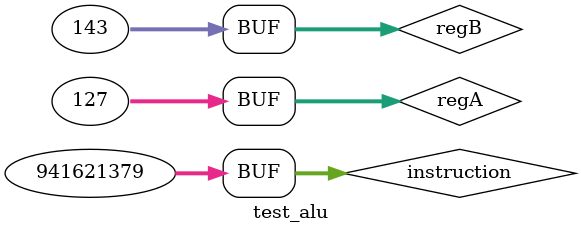
<source format=v>
`timescale 1ns/1ps

module test_alu;
reg[31:0] instruction;
reg[31:0] regA;
reg[31:0] regB;
wire[2:0] flags;
wire[31:0] result;
alu dut(.instruction(instruction), .regA(regA), .regB(regB), .flags(flags), .result(result));
initial begin

    #10
    $display("add");
    instruction = 32'b000000_00001_00000_00000_00000_100000;
    regA = 32'h00000001;
    regB = 32'h00000003; //3+1
    $monitor("instruction: %b\nregA: %b\nregB: %b\nflags: %b\nresult: %b\n", 
            instruction, regA, regB, flags, result);
    #10
    instruction = 32'b000000_00001_00000_00000_00000_100000;
    regA = 32'hFFFFFFFF;
    regB = 32'h00000001; //-1+1
    #10
    instruction = 32'b000000_00001_00000_00000_00000_100000;
    regA = 32'b1000_0000_0000_0000_0000_0000_0000_0001;
    regB = 32'b1100_0000_0000_0000_0000_0000_0000_0001; 
    #10
    instruction = 32'b000000_00001_00000_00000_00000_100000;
    regA = 32'b0100_0000_0000_0000_0000_0000_0000_0000;
    regB = 32'b0100_0000_0000_0000_0000_0000_0000_0000; 

    #10
    $display("\naddu");
    instruction = 32'b000000_00001_00000_00000_00000_100001;
    regA = 32'h00000001;
    regB = 32'h00000003; //3+1
    #10
    instruction = 32'b00000000001000000000000000100001;
    regA = 32'hFFFFFFFF;
    regB = 32'h00000001; 

    #10
    $display("\nand");
    instruction = 32'b000000_00001_00000_00000_00000_100100;
    regA = 32'b0000_0000_0000_0000_0000_0000_0000_0101;
    regB = 32'b0000_0000_0000_0000_0000_0000_0000_0011; 

    #10
    $display("\nnor");
    instruction = 32'b000000_00001_00000_00000_00000_100111;
    regA = 32'b0000_0000_0000_0000_0000_0000_0000_0101;
    regB = 32'b0000_0000_0000_0000_0000_0000_0000_0011; 

    #10
    $display("\nor");
    instruction = 32'b000000_00001_00000_00000_00000_100101;
    regA = 32'b0000_0000_0000_0000_0000_0000_0000_0101;
    regB = 32'b0000_0000_0000_0000_0000_0000_0000_0011; 

    #10
    $display("\nsll");
    instruction = 32'b000000_00000_00000_00000_00011_000000;
    regA = 32'b1000_0000_0000_0000_0000_0000_0000_0101;
    regB = 32'b0000_0000_0000_0000_0000_0000_0000_0011;  //regA shift 3 bits left
    #10
    instruction = 32'b000000_00000_00001_00000_10000_000000;
    regA = 32'b1000_0000_0000_0000_0000_0000_0000_0101;
    regB = 32'b0010_0000_0000_0000_0000_0000_0000_0011;  //regB shift 16 bits left

    #10
    $display("\nsllv");
    instruction = 32'b000000_00001_00000_00000_00011_000100;
    regA = 32'b1000_0000_0000_0000_0000_0000_0000_0101;
    regB = 32'b0000_0000_0000_0000_0000_0000_0000_0011;  //regA << regB
    #10
    instruction = 32'b000000_00000_00001_00000_00011_000100;
    regA = 32'b1111_1111_1111_1111_1111_1111_1111_1111;
    regB = 32'b0000_0000_0000_0000_0000_0000_0000_1111;  //regB << regA

    #10
    $display("\nslt");
    instruction = 32'b000000_00000_00001_00000_00000_101010;
    regA = 32'b1000_0000_0000_0000_0000_0000_0000_0101;
    regB = 32'b0000_0000_0000_0000_0000_0000_0000_0011; //rs<rt regA < regB
    #10
    instruction = 32'b000000_00001_00000_00000_00000_101010;
    regA = 32'b1000_0000_0000_0000_0000_0000_0000_0001;
    regB = 32'b1000_0000_0000_0000_0000_0000_0000_0111; //rs<rt !regB < regA

    #10
    $display("\nsltu");
    instruction = 32'b000000_00000_00001_00000_00000_101011;
    regA = 32'b0000_0000_0000_0000_0000_0000_0000_0001;
    regB = 32'b0000_0000_0000_0000_0000_0000_0000_0011; //rs<rt regA < regB
    #10
    instruction = 32'b000000_00001_00000_00000_00000_101011;
    regA = 32'b0000_0000_0000_0000_0000_0000_0000_0001;
    regB = 32'b1000_0000_0000_0000_0000_0000_0000_0011; //rs<rt !regB < regA

    #10
    $display("\nsra");
    instruction = 32'b000000_00000_00000_00000_00100_000011;
    regA = 32'b1000_0000_0000_0000_0000_0000_0000_0101;
    regB = 32'b0010_0000_0000_0000_0000_0000_0000_0011; //regA shift 4 bits right arithmetically
    #10
    instruction = 32'b000000_00000_00001_00000_10000_000011;
    regA = 32'b1000_0000_0000_0000_0000_0000_0000_0101;
    regB = 32'b0010_0000_0000_0000_0000_0000_0000_0011; //regB shift 16 bits right arithmetically

    #10
    $display("\nsrav");
    instruction = 32'b000000_00001_00000_00000_00000_000111;
    regA = 32'b1000_0000_0000_0000_0000_0000_0000_0101;
    regB = 32'b0000_0000_0000_0000_0000_0000_0000_0100; //regA shift 4 bits (regB) right arithmetically
    #10
    instruction = 32'b000000_00000_00001_00000_00000_000111;
    regA = 32'b1111_1111_1111_1111_1111_1111_1111_1110;
    regB = 32'b1000_0000_0000_0000_0000_0000_0000_0100; //regB shift regA bits arithmetically

    #10
    $display("\nsrl");
    instruction = 32'b000000_00000_00000_00000_00100_000010;
    regA = 32'b1000_0000_0000_0000_0000_0000_0000_0101;
    regB = 32'b0000_0000_0000_0000_0000_0000_0000_0000; //regA shift 4 bits right logically
    #10
    instruction = 32'b000000_00000_00001_00000_00100_000010;
    regA = 32'b1000_0000_0000_0000_0000_0000_0000_0101;
    regB = 32'b0100_0000_0000_0000_0000_0000_0001_1010; //regB shift 4 bits right logically

    #10
    $display("\nsrlv");
    instruction = 32'b000000_00001_00000_00000_00000_000110;
    regA = 32'b1000_0000_0000_0000_0000_0000_0000_0101;
    regB = 32'b0000_0000_0000_0000_0000_0000_0000_0100; //regA shift 4 bits (regB) right logically
    #10
    instruction = 32'b000000_00000_00001_00000_00000_000110;
    regA = 32'b0000_0000_0000_0000_0000_0000_0000_0001;
    regB = 32'b0000_0000_0000_0000_0000_0000_0000_1100; //regB shift 1 bit (regA) right logically

    #10
    $display("\nsub");
    instruction = 32'b000000_00000_00001_00000_00000_100010;
    regA = 32'b0000_0000_0000_0000_0000_0000_0000_1000;
    regB = 32'b0000_0000_0000_0000_0000_0000_0000_0100; //8-4
    #10
    instruction = 32'b000000_00000_00001_00000_00000_100010;
    regA = 32'b0000_0000_0000_0000_0000_0000_0000_0100;
    regB = 32'b0000_0000_0000_0000_0000_0000_0000_1000; //4-8
    #10
    instruction = 32'b000000_00001_00000_00000_00000_100010;
    regA = 32'b1111_1111_1111_1111_1111_1111_1111_1000;
    regB = 32'b0100_0000_0000_0000_0000_0000_0000_0000; //regB-regA  
    #10
    instruction = 32'b000000_00001_00000_00000_00000_100010;
    regA = 32'b0100_0000_0000_0000_0000_0000_0000_0000;
    regB = 32'b1000_0000_0000_0000_0000_0000_0000_0000; //regB-regA  

    #10
    $display("\nsubu");
    instruction = 32'b000000_00000_00001_00000_00000_100011;
    regA = 32'b0000_0000_0000_0000_0000_0000_0000_1000;
    regB = 32'b0000_0000_0000_0000_0000_0000_0000_0100; //8-4 
    #10
    instruction = 32'b000000_00001_00000_00000_00000_100011;
    regA = 32'b1000_0000_0000_0000_0000_0000_0000_0000;
    regB = 32'b1100_0000_0000_0000_0000_0000_0000_0000; //regB-regA    

    #10
    $display("\nxor");
    instruction = 32'b000000_00001_00000_00000_00000_100110;
    regA = 32'b0000_0000_0000_0000_0000_0000_1111_1000;
    regB = 32'b0000_0000_0000_0000_0000_0000_1111_0100;

    #10
    $display("\naddi");
    instruction = 32'b001000_00000_00000_0000000000001000;
    regA = 32'b0000_0000_0000_0000_0000_0000_0000_1000;
    regB = 32'b0000_0000_0000_0000_0000_0000_1111_0100; //8+8
    #10
    instruction = 32'b001000_00000_00000_1000000000000000;
    regA = 32'b0000_0000_0000_0000_0000_0000_0000_1000;
    regB = 32'b0000_0000_0000_0000_0000_0000_1111_0100; 
    #10
    instruction = 32'b001000_00000_00000_1000000000000000;
    regA = 32'b1000_0000_0000_0000_0000_0000_0000_0000;
    regB = 32'b0000_0000_0000_0000_0000_0000_1111_0100; 
    #10
    instruction = 32'b001000_00001_00000_0100000000000000;
    regA = 32'b0000_0000_0000_0000_0000_0000_0000_0000;
    regB = 32'b0111_1111_1111_1111_1100_0000_0000_0000; //regB+immed 

    #10
    $display("\naddiu");
    instruction = 32'b001001_00000_00000_0000000000001000;
    regA = 32'b0000_0000_0000_0000_0000_0000_0000_1000;
    regB = 32'b0000_0000_0000_0000_0000_0000_1111_0100; //8+8
    #10
    instruction = 32'b001001_00000_00000_1000000000000000;
    regA = 32'b0000_0000_0000_0000_0000_0000_0000_1000;
    regB = 32'b0000_0000_0000_0000_0000_0000_1111_0100; 
    #10
    instruction = 32'b001001_00000_00000_1000000000000000;
    regA = 32'b1000_0000_0000_0000_0000_0000_0000_0000;
    regB = 32'b0000_0000_0000_0000_0000_0000_1111_0100; 
    #10
    instruction = 32'b001001_00001_00000_0100000000000000;
    regA = 32'b0000_0000_0000_0000_0000_0000_0000_0000;
    regB = 32'b0100_0000_0000_0000_0000_0000_0000_0000; //regB+immed 

    #10
    $display("\nandi");
    instruction = 32'b001100_00000_00000_0000000000001111;
    regA = 32'b0000_0000_0000_0000_0000_0000_0111_1111;
    regB = 32'b0100_0000_0000_0000_0000_0000_0000_0000; //regA & immed

    #10
    $display("\nbeq");
    instruction = 32'b000100_00001_00000_0000000000001111;
    regA = 32'b0000_0000_0000_0000_0000_0000_0111_1111;
    regB = 32'b0100_0000_0000_0000_0000_0000_0000_0000; //regA != regB flag[2]=0
    #10
    instruction = 32'b000100_00001_00000_0000000000001111;
    regA = 32'b0000_0000_0000_0000_0000_0000_0111_1111;
    regB = 32'b0000_0000_0000_0000_0000_0000_0111_1111; //regA == regB flag[2]=1

    #10
    $display("\nbne");
    instruction = 32'b000101_00001_00000_0000000000001111;
    regA = 32'b0000_0000_0000_0000_0000_0000_0111_1111;
    regB = 32'b0100_0000_0000_0000_0000_0000_0000_0000; //regA != regB flags[2]=0
    #10
    instruction = 32'b000101_00001_00000_0000000000001111;
    regA = 32'b0000_0000_0000_0000_0000_0000_0111_1111;
    regB = 32'b0000_0000_0000_0000_0000_0000_0111_1111; //regA == regB flags[2]=1

    #10
    $display("\nlw");
    instruction = 32'b100011_00000_00000_0000000000000001;
    regA = 32'b0000_0000_0000_0000_0000_0000_0111_1111;
    regB = 32'b0000_0000_0000_0000_0000_0000_0000_1111;  //regA+immed
    #10
    instruction = 32'b100011_00001_00000_0000000000000001;
    regA = 32'b0000_0000_0000_0000_0000_0000_0111_1111;
    regB = 32'b0000_0000_0000_0000_0000_0000_0000_1111;  //regB+immed

    #10
    $display("\nori");
    instruction = 32'b001101_00000_00000_0000000010000001;
    regA = 32'b0000_0000_0000_0000_0000_0000_0111_1111;
    regB = 32'b0000_0000_0000_0000_0000_0000_0000_1111; //regA | immed
    #10
    instruction = 32'b001101_00001_00000_0000000010000001;
    regA = 32'b0000_0000_0000_0000_0000_0000_0111_1111;
    regB = 32'b0000_0000_0000_0000_0000_0000_0000_1111; //regB | immed

    #10
    $display("\nslti");
    instruction = 32'b001010_00000_00000_0000000000000001;
    regA = 32'b1000_0000_0000_0000_0000_0000_0111_1111;
    regB = 32'b0000_0000_0000_0000_0000_0000_0000_1111; //regA < immed flags[1]=1 
    #10
    instruction = 32'b001010_00001_00000_1000000000000001;
    regA = 32'b1000_0000_0000_0000_0000_0000_0000_0000;
    regB = 32'b1111_1111_1111_1111_1000_0000_0000_1111; //regB > immed flags[1]=0

    #10
    $display("\nsltiu");
    instruction = 32'b001011_00000_00000_1000000000000001;
    regA = 32'b1000_0000_0000_0000_0000_0000_0111_1111;
    regB = 32'b0000_0000_0000_0000_0000_0000_0000_1111; //regA < immed flags[1]=1
    #10
    instruction = 32'b001011_00001_00000_0000000000000001;
    regA = 32'b1000_0000_0000_0000_0000_0000_0000_0000;
    regB = 32'b0000_0000_0000_0000_0000_0000_0000_1111; //regB > immed flags[1]=0
    
    #10
    $display("\nsw");
    instruction = 32'b101011_00000_00000_0000000000000001;
    regA = 32'b0000_0000_0000_0000_0000_0000_0111_1111;
    regB = 32'b0000_0000_0000_0000_0000_0000_0000_1111;  //regA+immed
    #10
    instruction = 32'b101011_00001_00000_1000000000000001;
    regA = 32'b0000_0000_0000_0000_0000_0000_0111_1111;
    regB = 32'b0000_0000_0000_0000_0000_0000_0000_1111; //regB+immed

    #10
    $display("\nxori");
    instruction = 32'b001110_00000_00000_0000000010000011;
    regA = 32'b0000_0000_0000_0000_0000_0000_0111_1111;
    regB = 32'b0000_0000_0000_0000_0000_0000_0000_1111; 
    #10
    instruction = 32'b001110_00001_00000_0000000010000011;
    regA = 32'b0000_0000_0000_0000_0000_0000_0111_1111;
    regB = 32'b0000_0000_0000_0000_0000_0000_1000_1111; 

end
endmodule
</source>
